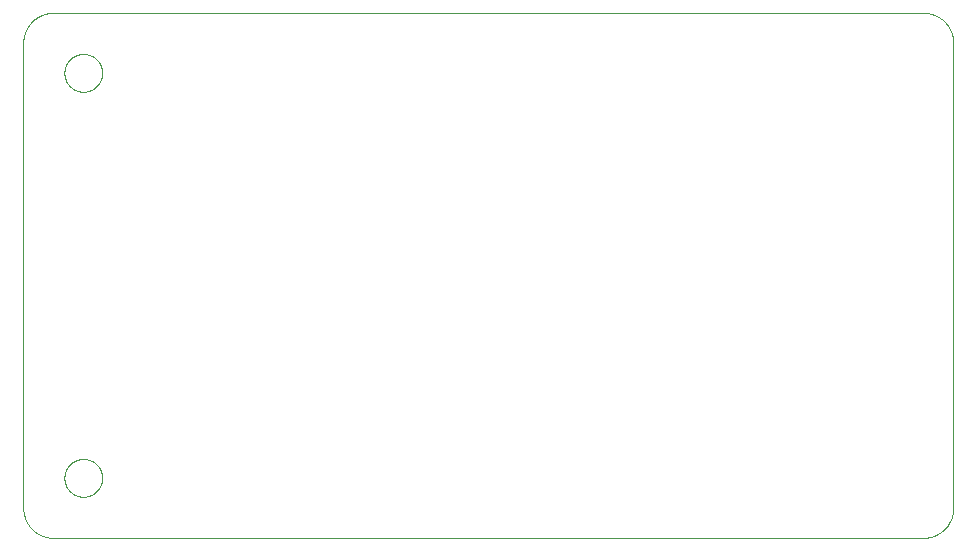
<source format=gko>
G75*
%MOIN*%
%OFA0B0*%
%FSLAX25Y25*%
%IPPOS*%
%LPD*%
%AMOC8*
5,1,8,0,0,1.08239X$1,22.5*
%
%ADD10C,0.00000*%
D10*
X0013701Y0020000D02*
X0013703Y0020158D01*
X0013709Y0020316D01*
X0013719Y0020474D01*
X0013733Y0020632D01*
X0013751Y0020789D01*
X0013772Y0020946D01*
X0013798Y0021102D01*
X0013828Y0021258D01*
X0013861Y0021413D01*
X0013899Y0021566D01*
X0013940Y0021719D01*
X0013985Y0021871D01*
X0014034Y0022022D01*
X0014087Y0022171D01*
X0014143Y0022319D01*
X0014203Y0022465D01*
X0014267Y0022610D01*
X0014335Y0022753D01*
X0014406Y0022895D01*
X0014480Y0023035D01*
X0014558Y0023172D01*
X0014640Y0023308D01*
X0014724Y0023442D01*
X0014813Y0023573D01*
X0014904Y0023702D01*
X0014999Y0023829D01*
X0015096Y0023954D01*
X0015197Y0024076D01*
X0015301Y0024195D01*
X0015408Y0024312D01*
X0015518Y0024426D01*
X0015631Y0024537D01*
X0015746Y0024646D01*
X0015864Y0024751D01*
X0015985Y0024853D01*
X0016108Y0024953D01*
X0016234Y0025049D01*
X0016362Y0025142D01*
X0016492Y0025232D01*
X0016625Y0025318D01*
X0016760Y0025402D01*
X0016896Y0025481D01*
X0017035Y0025558D01*
X0017176Y0025630D01*
X0017318Y0025700D01*
X0017462Y0025765D01*
X0017608Y0025827D01*
X0017755Y0025885D01*
X0017904Y0025940D01*
X0018054Y0025991D01*
X0018205Y0026038D01*
X0018357Y0026081D01*
X0018510Y0026120D01*
X0018665Y0026156D01*
X0018820Y0026187D01*
X0018976Y0026215D01*
X0019132Y0026239D01*
X0019289Y0026259D01*
X0019447Y0026275D01*
X0019604Y0026287D01*
X0019763Y0026295D01*
X0019921Y0026299D01*
X0020079Y0026299D01*
X0020237Y0026295D01*
X0020396Y0026287D01*
X0020553Y0026275D01*
X0020711Y0026259D01*
X0020868Y0026239D01*
X0021024Y0026215D01*
X0021180Y0026187D01*
X0021335Y0026156D01*
X0021490Y0026120D01*
X0021643Y0026081D01*
X0021795Y0026038D01*
X0021946Y0025991D01*
X0022096Y0025940D01*
X0022245Y0025885D01*
X0022392Y0025827D01*
X0022538Y0025765D01*
X0022682Y0025700D01*
X0022824Y0025630D01*
X0022965Y0025558D01*
X0023104Y0025481D01*
X0023240Y0025402D01*
X0023375Y0025318D01*
X0023508Y0025232D01*
X0023638Y0025142D01*
X0023766Y0025049D01*
X0023892Y0024953D01*
X0024015Y0024853D01*
X0024136Y0024751D01*
X0024254Y0024646D01*
X0024369Y0024537D01*
X0024482Y0024426D01*
X0024592Y0024312D01*
X0024699Y0024195D01*
X0024803Y0024076D01*
X0024904Y0023954D01*
X0025001Y0023829D01*
X0025096Y0023702D01*
X0025187Y0023573D01*
X0025276Y0023442D01*
X0025360Y0023308D01*
X0025442Y0023172D01*
X0025520Y0023035D01*
X0025594Y0022895D01*
X0025665Y0022753D01*
X0025733Y0022610D01*
X0025797Y0022465D01*
X0025857Y0022319D01*
X0025913Y0022171D01*
X0025966Y0022022D01*
X0026015Y0021871D01*
X0026060Y0021719D01*
X0026101Y0021566D01*
X0026139Y0021413D01*
X0026172Y0021258D01*
X0026202Y0021102D01*
X0026228Y0020946D01*
X0026249Y0020789D01*
X0026267Y0020632D01*
X0026281Y0020474D01*
X0026291Y0020316D01*
X0026297Y0020158D01*
X0026299Y0020000D01*
X0026297Y0019842D01*
X0026291Y0019684D01*
X0026281Y0019526D01*
X0026267Y0019368D01*
X0026249Y0019211D01*
X0026228Y0019054D01*
X0026202Y0018898D01*
X0026172Y0018742D01*
X0026139Y0018587D01*
X0026101Y0018434D01*
X0026060Y0018281D01*
X0026015Y0018129D01*
X0025966Y0017978D01*
X0025913Y0017829D01*
X0025857Y0017681D01*
X0025797Y0017535D01*
X0025733Y0017390D01*
X0025665Y0017247D01*
X0025594Y0017105D01*
X0025520Y0016965D01*
X0025442Y0016828D01*
X0025360Y0016692D01*
X0025276Y0016558D01*
X0025187Y0016427D01*
X0025096Y0016298D01*
X0025001Y0016171D01*
X0024904Y0016046D01*
X0024803Y0015924D01*
X0024699Y0015805D01*
X0024592Y0015688D01*
X0024482Y0015574D01*
X0024369Y0015463D01*
X0024254Y0015354D01*
X0024136Y0015249D01*
X0024015Y0015147D01*
X0023892Y0015047D01*
X0023766Y0014951D01*
X0023638Y0014858D01*
X0023508Y0014768D01*
X0023375Y0014682D01*
X0023240Y0014598D01*
X0023104Y0014519D01*
X0022965Y0014442D01*
X0022824Y0014370D01*
X0022682Y0014300D01*
X0022538Y0014235D01*
X0022392Y0014173D01*
X0022245Y0014115D01*
X0022096Y0014060D01*
X0021946Y0014009D01*
X0021795Y0013962D01*
X0021643Y0013919D01*
X0021490Y0013880D01*
X0021335Y0013844D01*
X0021180Y0013813D01*
X0021024Y0013785D01*
X0020868Y0013761D01*
X0020711Y0013741D01*
X0020553Y0013725D01*
X0020396Y0013713D01*
X0020237Y0013705D01*
X0020079Y0013701D01*
X0019921Y0013701D01*
X0019763Y0013705D01*
X0019604Y0013713D01*
X0019447Y0013725D01*
X0019289Y0013741D01*
X0019132Y0013761D01*
X0018976Y0013785D01*
X0018820Y0013813D01*
X0018665Y0013844D01*
X0018510Y0013880D01*
X0018357Y0013919D01*
X0018205Y0013962D01*
X0018054Y0014009D01*
X0017904Y0014060D01*
X0017755Y0014115D01*
X0017608Y0014173D01*
X0017462Y0014235D01*
X0017318Y0014300D01*
X0017176Y0014370D01*
X0017035Y0014442D01*
X0016896Y0014519D01*
X0016760Y0014598D01*
X0016625Y0014682D01*
X0016492Y0014768D01*
X0016362Y0014858D01*
X0016234Y0014951D01*
X0016108Y0015047D01*
X0015985Y0015147D01*
X0015864Y0015249D01*
X0015746Y0015354D01*
X0015631Y0015463D01*
X0015518Y0015574D01*
X0015408Y0015688D01*
X0015301Y0015805D01*
X0015197Y0015924D01*
X0015096Y0016046D01*
X0014999Y0016171D01*
X0014904Y0016298D01*
X0014813Y0016427D01*
X0014724Y0016558D01*
X0014640Y0016692D01*
X0014558Y0016828D01*
X0014480Y0016965D01*
X0014406Y0017105D01*
X0014335Y0017247D01*
X0014267Y0017390D01*
X0014203Y0017535D01*
X0014143Y0017681D01*
X0014087Y0017829D01*
X0014034Y0017978D01*
X0013985Y0018129D01*
X0013940Y0018281D01*
X0013899Y0018434D01*
X0013861Y0018587D01*
X0013828Y0018742D01*
X0013798Y0018898D01*
X0013772Y0019054D01*
X0013751Y0019211D01*
X0013733Y0019368D01*
X0013719Y0019526D01*
X0013709Y0019684D01*
X0013703Y0019842D01*
X0013701Y0020000D01*
X0013701Y0155000D02*
X0013703Y0155158D01*
X0013709Y0155316D01*
X0013719Y0155474D01*
X0013733Y0155632D01*
X0013751Y0155789D01*
X0013772Y0155946D01*
X0013798Y0156102D01*
X0013828Y0156258D01*
X0013861Y0156413D01*
X0013899Y0156566D01*
X0013940Y0156719D01*
X0013985Y0156871D01*
X0014034Y0157022D01*
X0014087Y0157171D01*
X0014143Y0157319D01*
X0014203Y0157465D01*
X0014267Y0157610D01*
X0014335Y0157753D01*
X0014406Y0157895D01*
X0014480Y0158035D01*
X0014558Y0158172D01*
X0014640Y0158308D01*
X0014724Y0158442D01*
X0014813Y0158573D01*
X0014904Y0158702D01*
X0014999Y0158829D01*
X0015096Y0158954D01*
X0015197Y0159076D01*
X0015301Y0159195D01*
X0015408Y0159312D01*
X0015518Y0159426D01*
X0015631Y0159537D01*
X0015746Y0159646D01*
X0015864Y0159751D01*
X0015985Y0159853D01*
X0016108Y0159953D01*
X0016234Y0160049D01*
X0016362Y0160142D01*
X0016492Y0160232D01*
X0016625Y0160318D01*
X0016760Y0160402D01*
X0016896Y0160481D01*
X0017035Y0160558D01*
X0017176Y0160630D01*
X0017318Y0160700D01*
X0017462Y0160765D01*
X0017608Y0160827D01*
X0017755Y0160885D01*
X0017904Y0160940D01*
X0018054Y0160991D01*
X0018205Y0161038D01*
X0018357Y0161081D01*
X0018510Y0161120D01*
X0018665Y0161156D01*
X0018820Y0161187D01*
X0018976Y0161215D01*
X0019132Y0161239D01*
X0019289Y0161259D01*
X0019447Y0161275D01*
X0019604Y0161287D01*
X0019763Y0161295D01*
X0019921Y0161299D01*
X0020079Y0161299D01*
X0020237Y0161295D01*
X0020396Y0161287D01*
X0020553Y0161275D01*
X0020711Y0161259D01*
X0020868Y0161239D01*
X0021024Y0161215D01*
X0021180Y0161187D01*
X0021335Y0161156D01*
X0021490Y0161120D01*
X0021643Y0161081D01*
X0021795Y0161038D01*
X0021946Y0160991D01*
X0022096Y0160940D01*
X0022245Y0160885D01*
X0022392Y0160827D01*
X0022538Y0160765D01*
X0022682Y0160700D01*
X0022824Y0160630D01*
X0022965Y0160558D01*
X0023104Y0160481D01*
X0023240Y0160402D01*
X0023375Y0160318D01*
X0023508Y0160232D01*
X0023638Y0160142D01*
X0023766Y0160049D01*
X0023892Y0159953D01*
X0024015Y0159853D01*
X0024136Y0159751D01*
X0024254Y0159646D01*
X0024369Y0159537D01*
X0024482Y0159426D01*
X0024592Y0159312D01*
X0024699Y0159195D01*
X0024803Y0159076D01*
X0024904Y0158954D01*
X0025001Y0158829D01*
X0025096Y0158702D01*
X0025187Y0158573D01*
X0025276Y0158442D01*
X0025360Y0158308D01*
X0025442Y0158172D01*
X0025520Y0158035D01*
X0025594Y0157895D01*
X0025665Y0157753D01*
X0025733Y0157610D01*
X0025797Y0157465D01*
X0025857Y0157319D01*
X0025913Y0157171D01*
X0025966Y0157022D01*
X0026015Y0156871D01*
X0026060Y0156719D01*
X0026101Y0156566D01*
X0026139Y0156413D01*
X0026172Y0156258D01*
X0026202Y0156102D01*
X0026228Y0155946D01*
X0026249Y0155789D01*
X0026267Y0155632D01*
X0026281Y0155474D01*
X0026291Y0155316D01*
X0026297Y0155158D01*
X0026299Y0155000D01*
X0026297Y0154842D01*
X0026291Y0154684D01*
X0026281Y0154526D01*
X0026267Y0154368D01*
X0026249Y0154211D01*
X0026228Y0154054D01*
X0026202Y0153898D01*
X0026172Y0153742D01*
X0026139Y0153587D01*
X0026101Y0153434D01*
X0026060Y0153281D01*
X0026015Y0153129D01*
X0025966Y0152978D01*
X0025913Y0152829D01*
X0025857Y0152681D01*
X0025797Y0152535D01*
X0025733Y0152390D01*
X0025665Y0152247D01*
X0025594Y0152105D01*
X0025520Y0151965D01*
X0025442Y0151828D01*
X0025360Y0151692D01*
X0025276Y0151558D01*
X0025187Y0151427D01*
X0025096Y0151298D01*
X0025001Y0151171D01*
X0024904Y0151046D01*
X0024803Y0150924D01*
X0024699Y0150805D01*
X0024592Y0150688D01*
X0024482Y0150574D01*
X0024369Y0150463D01*
X0024254Y0150354D01*
X0024136Y0150249D01*
X0024015Y0150147D01*
X0023892Y0150047D01*
X0023766Y0149951D01*
X0023638Y0149858D01*
X0023508Y0149768D01*
X0023375Y0149682D01*
X0023240Y0149598D01*
X0023104Y0149519D01*
X0022965Y0149442D01*
X0022824Y0149370D01*
X0022682Y0149300D01*
X0022538Y0149235D01*
X0022392Y0149173D01*
X0022245Y0149115D01*
X0022096Y0149060D01*
X0021946Y0149009D01*
X0021795Y0148962D01*
X0021643Y0148919D01*
X0021490Y0148880D01*
X0021335Y0148844D01*
X0021180Y0148813D01*
X0021024Y0148785D01*
X0020868Y0148761D01*
X0020711Y0148741D01*
X0020553Y0148725D01*
X0020396Y0148713D01*
X0020237Y0148705D01*
X0020079Y0148701D01*
X0019921Y0148701D01*
X0019763Y0148705D01*
X0019604Y0148713D01*
X0019447Y0148725D01*
X0019289Y0148741D01*
X0019132Y0148761D01*
X0018976Y0148785D01*
X0018820Y0148813D01*
X0018665Y0148844D01*
X0018510Y0148880D01*
X0018357Y0148919D01*
X0018205Y0148962D01*
X0018054Y0149009D01*
X0017904Y0149060D01*
X0017755Y0149115D01*
X0017608Y0149173D01*
X0017462Y0149235D01*
X0017318Y0149300D01*
X0017176Y0149370D01*
X0017035Y0149442D01*
X0016896Y0149519D01*
X0016760Y0149598D01*
X0016625Y0149682D01*
X0016492Y0149768D01*
X0016362Y0149858D01*
X0016234Y0149951D01*
X0016108Y0150047D01*
X0015985Y0150147D01*
X0015864Y0150249D01*
X0015746Y0150354D01*
X0015631Y0150463D01*
X0015518Y0150574D01*
X0015408Y0150688D01*
X0015301Y0150805D01*
X0015197Y0150924D01*
X0015096Y0151046D01*
X0014999Y0151171D01*
X0014904Y0151298D01*
X0014813Y0151427D01*
X0014724Y0151558D01*
X0014640Y0151692D01*
X0014558Y0151828D01*
X0014480Y0151965D01*
X0014406Y0152105D01*
X0014335Y0152247D01*
X0014267Y0152390D01*
X0014203Y0152535D01*
X0014143Y0152681D01*
X0014087Y0152829D01*
X0014034Y0152978D01*
X0013985Y0153129D01*
X0013940Y0153281D01*
X0013899Y0153434D01*
X0013861Y0153587D01*
X0013828Y0153742D01*
X0013798Y0153898D01*
X0013772Y0154054D01*
X0013751Y0154211D01*
X0013733Y0154368D01*
X0013719Y0154526D01*
X0013709Y0154684D01*
X0013703Y0154842D01*
X0013701Y0155000D01*
X0010000Y0000000D02*
X0300000Y0000000D01*
X0300242Y0000003D01*
X0300483Y0000012D01*
X0300724Y0000026D01*
X0300965Y0000047D01*
X0301205Y0000073D01*
X0301445Y0000105D01*
X0301684Y0000143D01*
X0301921Y0000186D01*
X0302158Y0000236D01*
X0302393Y0000291D01*
X0302627Y0000351D01*
X0302859Y0000418D01*
X0303090Y0000489D01*
X0303319Y0000567D01*
X0303546Y0000650D01*
X0303771Y0000738D01*
X0303994Y0000832D01*
X0304214Y0000931D01*
X0304432Y0001036D01*
X0304647Y0001145D01*
X0304860Y0001260D01*
X0305070Y0001380D01*
X0305276Y0001505D01*
X0305480Y0001635D01*
X0305681Y0001770D01*
X0305878Y0001910D01*
X0306072Y0002054D01*
X0306262Y0002203D01*
X0306448Y0002357D01*
X0306631Y0002515D01*
X0306810Y0002677D01*
X0306985Y0002844D01*
X0307156Y0003015D01*
X0307323Y0003190D01*
X0307485Y0003369D01*
X0307643Y0003552D01*
X0307797Y0003738D01*
X0307946Y0003928D01*
X0308090Y0004122D01*
X0308230Y0004319D01*
X0308365Y0004520D01*
X0308495Y0004724D01*
X0308620Y0004930D01*
X0308740Y0005140D01*
X0308855Y0005353D01*
X0308964Y0005568D01*
X0309069Y0005786D01*
X0309168Y0006006D01*
X0309262Y0006229D01*
X0309350Y0006454D01*
X0309433Y0006681D01*
X0309511Y0006910D01*
X0309582Y0007141D01*
X0309649Y0007373D01*
X0309709Y0007607D01*
X0309764Y0007842D01*
X0309814Y0008079D01*
X0309857Y0008316D01*
X0309895Y0008555D01*
X0309927Y0008795D01*
X0309953Y0009035D01*
X0309974Y0009276D01*
X0309988Y0009517D01*
X0309997Y0009758D01*
X0310000Y0010000D01*
X0310000Y0165000D01*
X0309997Y0165242D01*
X0309988Y0165483D01*
X0309974Y0165724D01*
X0309953Y0165965D01*
X0309927Y0166205D01*
X0309895Y0166445D01*
X0309857Y0166684D01*
X0309814Y0166921D01*
X0309764Y0167158D01*
X0309709Y0167393D01*
X0309649Y0167627D01*
X0309582Y0167859D01*
X0309511Y0168090D01*
X0309433Y0168319D01*
X0309350Y0168546D01*
X0309262Y0168771D01*
X0309168Y0168994D01*
X0309069Y0169214D01*
X0308964Y0169432D01*
X0308855Y0169647D01*
X0308740Y0169860D01*
X0308620Y0170070D01*
X0308495Y0170276D01*
X0308365Y0170480D01*
X0308230Y0170681D01*
X0308090Y0170878D01*
X0307946Y0171072D01*
X0307797Y0171262D01*
X0307643Y0171448D01*
X0307485Y0171631D01*
X0307323Y0171810D01*
X0307156Y0171985D01*
X0306985Y0172156D01*
X0306810Y0172323D01*
X0306631Y0172485D01*
X0306448Y0172643D01*
X0306262Y0172797D01*
X0306072Y0172946D01*
X0305878Y0173090D01*
X0305681Y0173230D01*
X0305480Y0173365D01*
X0305276Y0173495D01*
X0305070Y0173620D01*
X0304860Y0173740D01*
X0304647Y0173855D01*
X0304432Y0173964D01*
X0304214Y0174069D01*
X0303994Y0174168D01*
X0303771Y0174262D01*
X0303546Y0174350D01*
X0303319Y0174433D01*
X0303090Y0174511D01*
X0302859Y0174582D01*
X0302627Y0174649D01*
X0302393Y0174709D01*
X0302158Y0174764D01*
X0301921Y0174814D01*
X0301684Y0174857D01*
X0301445Y0174895D01*
X0301205Y0174927D01*
X0300965Y0174953D01*
X0300724Y0174974D01*
X0300483Y0174988D01*
X0300242Y0174997D01*
X0300000Y0175000D01*
X0010000Y0175000D01*
X0009758Y0174997D01*
X0009517Y0174988D01*
X0009276Y0174974D01*
X0009035Y0174953D01*
X0008795Y0174927D01*
X0008555Y0174895D01*
X0008316Y0174857D01*
X0008079Y0174814D01*
X0007842Y0174764D01*
X0007607Y0174709D01*
X0007373Y0174649D01*
X0007141Y0174582D01*
X0006910Y0174511D01*
X0006681Y0174433D01*
X0006454Y0174350D01*
X0006229Y0174262D01*
X0006006Y0174168D01*
X0005786Y0174069D01*
X0005568Y0173964D01*
X0005353Y0173855D01*
X0005140Y0173740D01*
X0004930Y0173620D01*
X0004724Y0173495D01*
X0004520Y0173365D01*
X0004319Y0173230D01*
X0004122Y0173090D01*
X0003928Y0172946D01*
X0003738Y0172797D01*
X0003552Y0172643D01*
X0003369Y0172485D01*
X0003190Y0172323D01*
X0003015Y0172156D01*
X0002844Y0171985D01*
X0002677Y0171810D01*
X0002515Y0171631D01*
X0002357Y0171448D01*
X0002203Y0171262D01*
X0002054Y0171072D01*
X0001910Y0170878D01*
X0001770Y0170681D01*
X0001635Y0170480D01*
X0001505Y0170276D01*
X0001380Y0170070D01*
X0001260Y0169860D01*
X0001145Y0169647D01*
X0001036Y0169432D01*
X0000931Y0169214D01*
X0000832Y0168994D01*
X0000738Y0168771D01*
X0000650Y0168546D01*
X0000567Y0168319D01*
X0000489Y0168090D01*
X0000418Y0167859D01*
X0000351Y0167627D01*
X0000291Y0167393D01*
X0000236Y0167158D01*
X0000186Y0166921D01*
X0000143Y0166684D01*
X0000105Y0166445D01*
X0000073Y0166205D01*
X0000047Y0165965D01*
X0000026Y0165724D01*
X0000012Y0165483D01*
X0000003Y0165242D01*
X0000000Y0165000D01*
X0000000Y0010000D01*
X0000003Y0009758D01*
X0000012Y0009517D01*
X0000026Y0009276D01*
X0000047Y0009035D01*
X0000073Y0008795D01*
X0000105Y0008555D01*
X0000143Y0008316D01*
X0000186Y0008079D01*
X0000236Y0007842D01*
X0000291Y0007607D01*
X0000351Y0007373D01*
X0000418Y0007141D01*
X0000489Y0006910D01*
X0000567Y0006681D01*
X0000650Y0006454D01*
X0000738Y0006229D01*
X0000832Y0006006D01*
X0000931Y0005786D01*
X0001036Y0005568D01*
X0001145Y0005353D01*
X0001260Y0005140D01*
X0001380Y0004930D01*
X0001505Y0004724D01*
X0001635Y0004520D01*
X0001770Y0004319D01*
X0001910Y0004122D01*
X0002054Y0003928D01*
X0002203Y0003738D01*
X0002357Y0003552D01*
X0002515Y0003369D01*
X0002677Y0003190D01*
X0002844Y0003015D01*
X0003015Y0002844D01*
X0003190Y0002677D01*
X0003369Y0002515D01*
X0003552Y0002357D01*
X0003738Y0002203D01*
X0003928Y0002054D01*
X0004122Y0001910D01*
X0004319Y0001770D01*
X0004520Y0001635D01*
X0004724Y0001505D01*
X0004930Y0001380D01*
X0005140Y0001260D01*
X0005353Y0001145D01*
X0005568Y0001036D01*
X0005786Y0000931D01*
X0006006Y0000832D01*
X0006229Y0000738D01*
X0006454Y0000650D01*
X0006681Y0000567D01*
X0006910Y0000489D01*
X0007141Y0000418D01*
X0007373Y0000351D01*
X0007607Y0000291D01*
X0007842Y0000236D01*
X0008079Y0000186D01*
X0008316Y0000143D01*
X0008555Y0000105D01*
X0008795Y0000073D01*
X0009035Y0000047D01*
X0009276Y0000026D01*
X0009517Y0000012D01*
X0009758Y0000003D01*
X0010000Y0000000D01*
M02*

</source>
